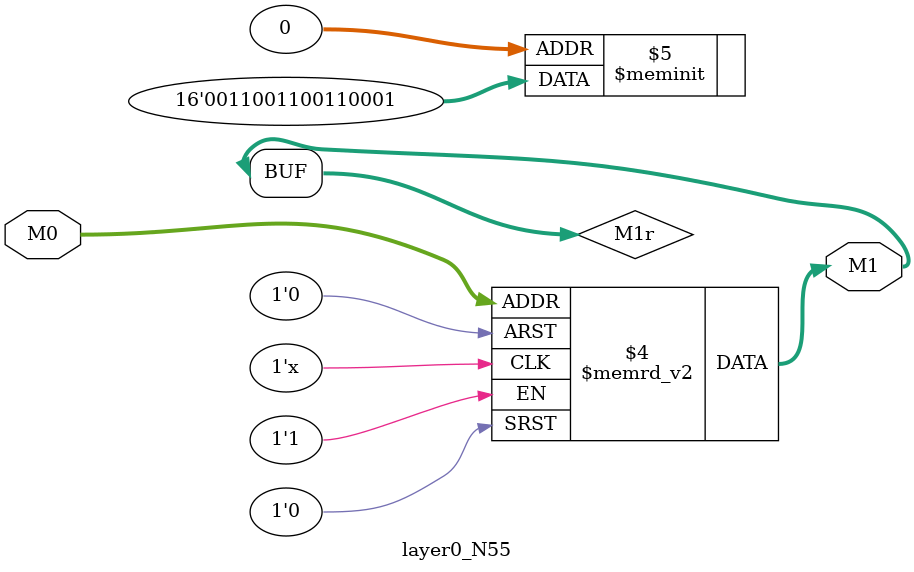
<source format=v>
module layer0_N55 ( input [2:0] M0, output [1:0] M1 );

	(*rom_style = "distributed" *) reg [1:0] M1r;
	assign M1 = M1r;
	always @ (M0) begin
		case (M0)
			3'b000: M1r = 2'b01;
			3'b100: M1r = 2'b11;
			3'b010: M1r = 2'b11;
			3'b110: M1r = 2'b11;
			3'b001: M1r = 2'b00;
			3'b101: M1r = 2'b00;
			3'b011: M1r = 2'b00;
			3'b111: M1r = 2'b00;

		endcase
	end
endmodule

</source>
